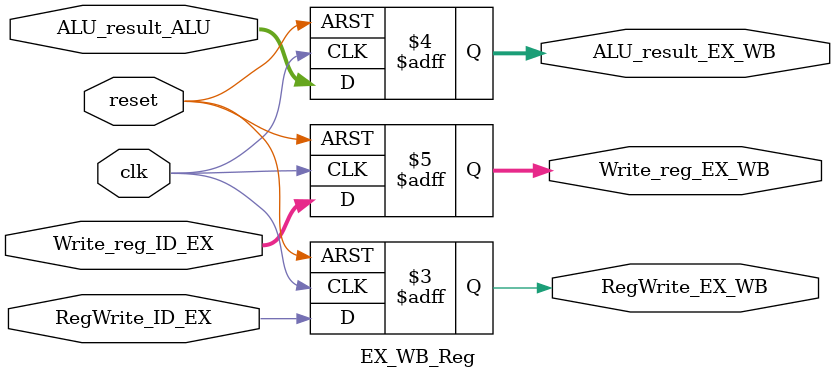
<source format=v>
module EX_WB_Reg(
input RegWrite_ID_EX,
input [7:0] ALU_result_ALU,
input [2:0] Write_reg_ID_EX,
input clk,
input reset,
output reg RegWrite_EX_WB,
output reg [7:0] ALU_result_EX_WB,
output reg [2:0] Write_reg_EX_WB
    );
    
    always @(posedge clk,negedge reset)
        begin
        if(reset == 0)
        begin
        RegWrite_EX_WB = 1'b0;
        ALU_result_EX_WB = 7'h00;
        Write_reg_EX_WB = 3'h00;
        end
        
        else
            begin
            RegWrite_EX_WB = RegWrite_ID_EX;
            ALU_result_EX_WB = ALU_result_ALU;
            Write_reg_EX_WB = Write_reg_ID_EX;
            end    
        end
endmodule

</source>
